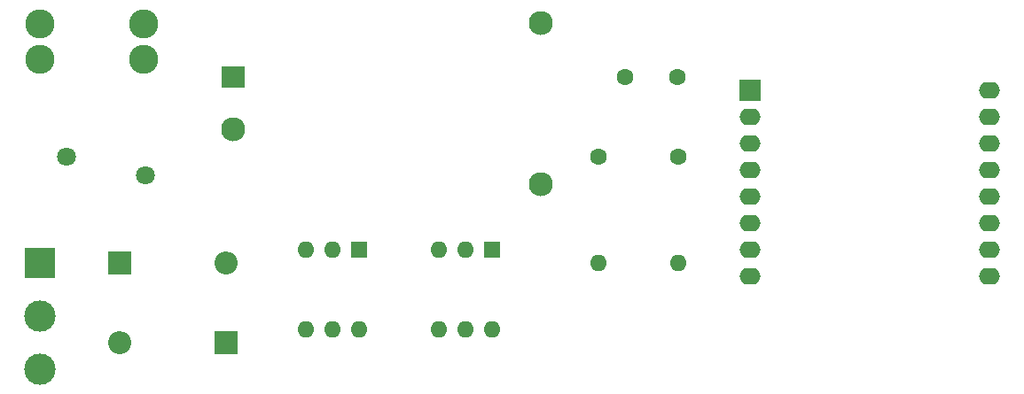
<source format=gbr>
%TF.GenerationSoftware,KiCad,Pcbnew,6.0.2+dfsg-1*%
%TF.CreationDate,2023-09-22T14:52:28+02:00*%
%TF.ProjectId,MaxPilot,4d617850-696c-46f7-942e-6b696361645f,rev?*%
%TF.SameCoordinates,Original*%
%TF.FileFunction,Soldermask,Top*%
%TF.FilePolarity,Negative*%
%FSLAX46Y46*%
G04 Gerber Fmt 4.6, Leading zero omitted, Abs format (unit mm)*
G04 Created by KiCad (PCBNEW 6.0.2+dfsg-1) date 2023-09-22 14:52:28*
%MOMM*%
%LPD*%
G01*
G04 APERTURE LIST*
%ADD10C,1.600000*%
%ADD11O,1.600000X1.600000*%
%ADD12C,2.780000*%
%ADD13R,1.600000X1.600000*%
%ADD14R,3.000000X3.000000*%
%ADD15C,3.000000*%
%ADD16R,2.300000X2.000000*%
%ADD17C,2.300000*%
%ADD18C,1.800000*%
%ADD19R,2.000000X2.000000*%
%ADD20O,2.000000X1.600000*%
%ADD21R,2.200000X2.200000*%
%ADD22O,2.200000X2.200000*%
G04 APERTURE END LIST*
D10*
%TO.C,R2*%
X78740000Y-27940000D03*
D11*
X78740000Y-38100000D03*
%TD*%
D12*
%TO.C,F1*%
X17780000Y-15240000D03*
X17780000Y-18640000D03*
X27700000Y-18640000D03*
X27700000Y-15240000D03*
%TD*%
D13*
%TO.C,U3*%
X48245000Y-36840000D03*
D11*
X45705000Y-36840000D03*
X43165000Y-36840000D03*
X43165000Y-44460000D03*
X45705000Y-44460000D03*
X48245000Y-44460000D03*
%TD*%
D14*
%TO.C,J1*%
X17780000Y-38100000D03*
D15*
X17780000Y-43180000D03*
X17780000Y-48260000D03*
%TD*%
D10*
%TO.C,R1*%
X71120000Y-27940000D03*
D11*
X71120000Y-38100000D03*
%TD*%
D16*
%TO.C,PS1*%
X36237500Y-20360000D03*
D17*
X36237500Y-25360000D03*
X65637500Y-15160000D03*
X65637500Y-30560000D03*
%TD*%
D18*
%TO.C,RV1*%
X20320000Y-27940000D03*
X27820000Y-29740000D03*
%TD*%
D13*
%TO.C,U2*%
X60945000Y-36840000D03*
D11*
X58405000Y-36840000D03*
X55865000Y-36840000D03*
X55865000Y-44460000D03*
X58405000Y-44460000D03*
X60945000Y-44460000D03*
%TD*%
D19*
%TO.C,U1*%
X85575000Y-21590000D03*
D20*
X85575000Y-24130000D03*
X85575000Y-26670000D03*
X85575000Y-29210000D03*
X85575000Y-31750000D03*
X85575000Y-34290000D03*
X85575000Y-36830000D03*
X85575000Y-39370000D03*
X108435000Y-39370000D03*
X108435000Y-36830000D03*
X108435000Y-34290000D03*
X108435000Y-31750000D03*
X108435000Y-29210000D03*
X108435000Y-26670000D03*
X108435000Y-24130000D03*
X108435000Y-21590000D03*
%TD*%
D21*
%TO.C,D1*%
X35560000Y-45720000D03*
D22*
X25400000Y-45720000D03*
%TD*%
D21*
%TO.C,D2*%
X25400000Y-38100000D03*
D22*
X35560000Y-38100000D03*
%TD*%
D10*
%TO.C,C1*%
X73660000Y-20320000D03*
X78660000Y-20320000D03*
%TD*%
M02*

</source>
